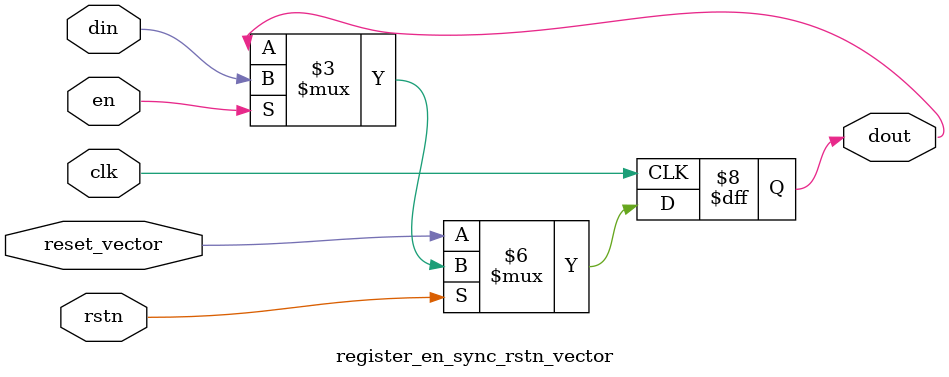
<source format=sv>

module register_en_sync_rstn_vector #(
    parameter integer WIDTH = 1
) (
    input logic             clk,
    input logic             rstn,
    input logic [WIDTH-1:0] reset_vector,
    input logic             en,

    input  logic [WIDTH-1:0] din,
    output logic [WIDTH-1:0] dout
);

  always_ff @(posedge clk) begin
    if (~rstn) begin
      dout <= reset_vector;
    end else if (en) begin
      dout <= din;
    end
  end

endmodule

</source>
